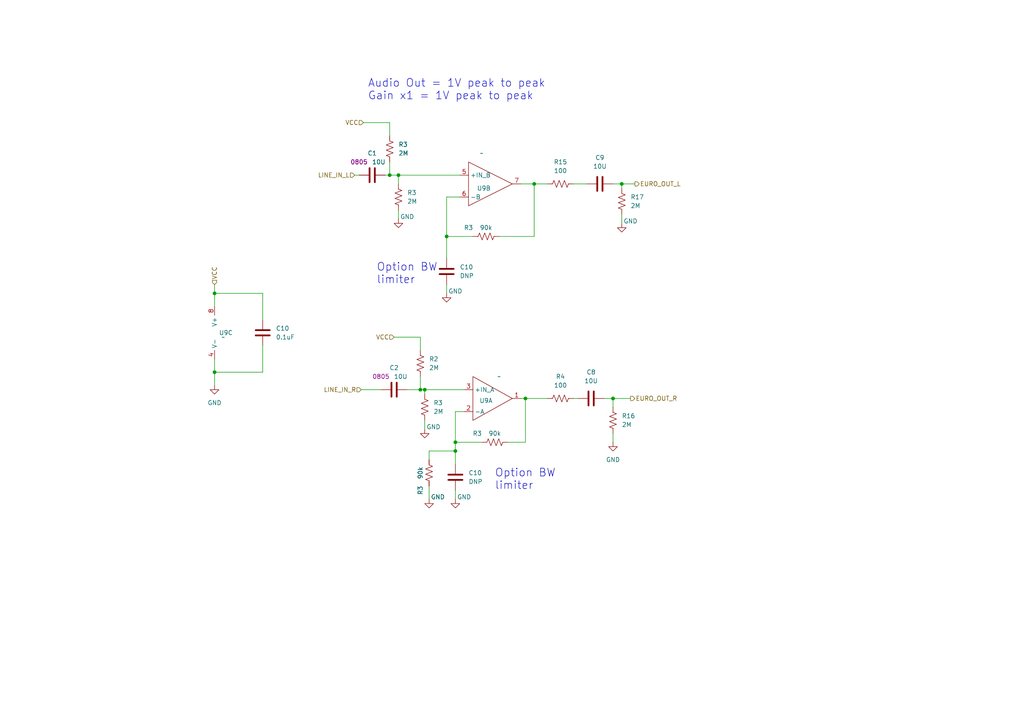
<source format=kicad_sch>
(kicad_sch (version 20230121) (generator eeschema)
  (paper "A4")
  (lib_symbols
    (symbol "Device:C" (pin_numbers hide) (pin_names (offset 0.254))
      (property "Reference" "C" (at 0.635 2.54 0))
      (property "Value" "C" (at 0.635 -2.54 0))
      (symbol "C_0_1"
        (polyline (pts (xy -2.032 -0.762) (xy 2.032 -0.762)) (stroke (width 0.508)))
        (polyline (pts (xy -2.032 0.762) (xy 2.032 0.762)) (stroke (width 0.508)))
      )
      (symbol "C_1_1"
        (pin passive line (at 0 3.81 270) (length 2.794) (name "~") (number "1"))
        (pin passive line (at 0 -3.81 90) (length 2.794) (name "~") (number "2"))
      )
    )
    (symbol "Device:R_US" (pin_numbers hide) (pin_names (offset 0))
      (property "Reference" "R" (at 2.54 0 90))
      (property "Value" "R_US" (at -2.54 0 90))
      (symbol "R_US_0_1"
        (polyline (pts (xy 0 -2.286) (xy 0 -2.54)))
        (polyline (pts (xy 0 2.286) (xy 0 2.54)))
        (polyline (pts (xy 0 -0.762) (xy 1.016 -1.143) (xy 0 -1.524) (xy -1.016 -1.905) (xy 0 -2.286)))
        (polyline (pts (xy 0 0.762) (xy 1.016 0.381) (xy 0 0) (xy -1.016 -0.381) (xy 0 -0.762)))
        (polyline (pts (xy 0 2.286) (xy 1.016 1.905) (xy 0 1.524) (xy -1.016 1.143) (xy 0 0.762)))
      )
      (symbol "R_US_1_1"
        (pin passive line (at 0 3.81 270) (length 1.27) (name "~") (number "1"))
        (pin passive line (at 0 -3.81 90) (length 1.27) (name "~") (number "2"))
      )
    )
    (symbol "OPA1688_SOIC8_1"
      (property "Reference" "U" (at 2.54 0 0))
      (symbol "OPA1688_SOIC8_1_1_1"
        (polyline (pts (xy 0 6.35) (xy 0 -6.35) (xy 11.43 0) (xy 0 6.35) (xy 0 6.35)))
        (pin output line (at 13.97 0 180) (length 2.54) (name "") (number "1"))
        (pin input line (at -2.54 3.81 0) (length 2.54) (name "-A") (number "2"))
        (pin input line (at -2.54 -2.54 0) (length 2.54) (name "+IN_A") (number "3"))
      )
      (symbol "OPA1688_SOIC8_1_2_1"
        (polyline (pts (xy 0 6.35) (xy 0 -6.35) (xy 12.7 0) (xy 0 6.35) (xy 0 6.35)))
        (pin input line (at -2.54 -2.54 0) (length 2.54) (name "+IN_B") (number "5"))
        (pin input line (at -2.54 3.81 0) (length 2.54) (name "-B") (number "6"))
        (pin output line (at 15.24 0 180) (length 2.54) (name "") (number "7"))
      )
      (symbol "OPA1688_SOIC8_1_3_1"
        (pin power_in line (at 0 -6.35 90) (length 2.54) (name "V-") (number "4"))
        (pin power_in line (at 0 8.89 270) (length 2.54) (name "V+") (number "8"))
      )
    )
    (symbol "OPA1688_SOIC8_2"
      (property "Reference" "U" (at 2.54 0 0))
      (symbol "OPA1688_SOIC8_2_1_1"
        (polyline (pts (xy 0 6.35) (xy 0 -6.35) (xy 11.43 0) (xy 0 6.35) (xy 0 6.35)))
        (pin output line (at 13.97 0 180) (length 2.54) (name "") (number "1"))
        (pin input line (at -2.54 3.81 0) (length 2.54) (name "-A") (number "2"))
        (pin input line (at -2.54 -2.54 0) (length 2.54) (name "+IN_A") (number "3"))
      )
      (symbol "OPA1688_SOIC8_2_2_1"
        (polyline (pts (xy 0 6.35) (xy 0 -6.35) (xy 12.7 0) (xy 0 6.35) (xy 0 6.35)))
        (pin input line (at -2.54 -2.54 0) (length 2.54) (name "+IN_B") (number "5"))
        (pin input line (at -2.54 3.81 0) (length 2.54) (name "-B") (number "6"))
        (pin output line (at 15.24 0 180) (length 2.54) (name "") (number "7"))
      )
      (symbol "OPA1688_SOIC8_2_3_1"
        (pin power_in line (at 0 -6.35 90) (length 2.54) (name "V-") (number "4"))
        (pin power_in line (at 0 8.89 270) (length 2.54) (name "V+") (number "8"))
      )
    )
    (symbol "Ultralibrarian_modified_symbols:OPA1688_SOIC8"
      (property "Reference" "U" (at 2.54 0 0))
      (symbol "OPA1688_SOIC8_1_1"
        (polyline (pts (xy 0 6.35) (xy 0 -8.89) (xy 17.78 0) (xy 0 10.16) (xy 0 6.35)))
        (pin output line (at 20.32 0 180) (length 2.54) (name "OUT_A") (number "1"))
        (pin input line (at -2.54 3.81 0) (length 2.54) (name "-A") (number "2"))
        (pin input line (at -2.54 -2.54 0) (length 2.54) (name "+IN_A") (number "3"))
      )
      (symbol "OPA1688_SOIC8_2_1"
        (polyline (pts (xy 0 6.35) (xy 0 -8.89) (xy 17.78 0) (xy 0 10.16) (xy 0 6.35)))
        (pin input line (at -2.54 -2.54 0) (length 2.54) (name "+IN_B") (number "5"))
        (pin input line (at -2.54 3.81 0) (length 2.54) (name "-B") (number "6"))
        (pin output line (at 20.32 0 180) (length 2.54) (name "OUT_B") (number "7"))
      )
      (symbol "OPA1688_SOIC8_3_1"
        (pin power_in line (at 0 -6.35 90) (length 2.54) (name "V-") (number "4"))
        (pin power_in line (at 0 8.89 270) (length 2.54) (name "V+") (number "8"))
      )
    )
    (symbol "power:GND" (power) (pin_names (offset 0))
      (property "Value" "GND" (at 0 -3.81 0))
      (symbol "GND_0_1"
        (polyline (pts (xy 0 0) (xy 0 -1.27) (xy 1.27 -1.27) (xy 0 -2.54) (xy -1.27 -1.27) (xy 0 -1.27)))
      )
      (symbol "GND_1_1"
        (pin power_in line (at 0 0 270) (length 0) hide (name "GND") (number "1"))
      )
    )
  )
  (junction (at 152.4 115.57))
  (junction (at 123.19 113.03))
  (junction (at 154.94 53.34))
  (junction (at 180.34 53.34))
  (junction (at 121.92 113.03))
  (junction (at 132.08 128.27))
  (junction (at 62.23 107.95))
  (junction (at 62.23 85.09))
  (junction (at 115.57 50.8))
  (junction (at 132.08 130.81))
  (junction (at 129.54 68.58))
  (junction (at 177.8 115.57))
  (junction (at 113.03 50.8))
  (wire (pts (xy 115.57 50.8) (xy 133.35 50.8)))
  (wire (pts (xy 62.23 107.95) (xy 62.23 104.14)))
  (wire (pts (xy 124.46 133.35) (xy 124.46 130.81)))
  (wire (pts (xy 184.15 53.34) (xy 180.34 53.34)))
  (wire (pts (xy 123.19 124.46) (xy 123.19 121.92)))
  (wire (pts (xy 123.19 113.03) (xy 123.19 114.3)))
  (wire (pts (xy 180.34 64.77) (xy 180.34 62.23)))
  (wire (pts (xy 124.46 144.78) (xy 124.46 140.97)))
  (wire (pts (xy 177.8 128.27) (xy 177.8 125.73)))
  (wire (pts (xy 132.08 119.38) (xy 132.08 128.27)))
  (wire (pts (xy 154.94 53.34) (xy 158.75 53.34)))
  (wire (pts (xy 113.03 46.99) (xy 113.03 50.8)))
  (wire (pts (xy 121.92 109.22) (xy 121.92 113.03)))
  (wire (pts (xy 121.92 113.03) (xy 123.19 113.03)))
  (wire (pts (xy 167.64 115.57) (xy 166.37 115.57)))
  (wire (pts (xy 152.4 115.57) (xy 152.4 128.27)))
  (wire (pts (xy 139.7 128.27) (xy 132.08 128.27)))
  (wire (pts (xy 62.23 85.09) (xy 62.23 88.9)))
  (wire (pts (xy 115.57 63.5) (xy 115.57 60.96)))
  (wire (pts (xy 132.08 134.62) (xy 132.08 130.81)))
  (wire (pts (xy 76.2 85.09) (xy 62.23 85.09)))
  (wire (pts (xy 180.34 53.34) (xy 177.8 53.34)))
  (wire (pts (xy 118.11 113.03) (xy 121.92 113.03)))
  (wire (pts (xy 114.3 97.79) (xy 121.92 97.79)))
  (wire (pts (xy 129.54 68.58) (xy 129.54 74.93)))
  (wire (pts (xy 76.2 107.95) (xy 62.23 107.95)))
  (wire (pts (xy 62.23 111.76) (xy 62.23 107.95)))
  (wire (pts (xy 170.18 53.34) (xy 166.37 53.34)))
  (wire (pts (xy 76.2 92.71) (xy 76.2 85.09)))
  (wire (pts (xy 121.92 97.79) (xy 121.92 101.6)))
  (wire (pts (xy 124.46 130.81) (xy 132.08 130.81)))
  (wire (pts (xy 152.4 115.57) (xy 158.75 115.57)))
  (wire (pts (xy 104.775 113.03) (xy 110.49 113.03)))
  (wire (pts (xy 144.78 68.58) (xy 154.94 68.58)))
  (wire (pts (xy 132.08 130.81) (xy 132.08 128.27)))
  (wire (pts (xy 132.08 119.38) (xy 134.62 119.38)))
  (wire (pts (xy 102.87 50.8) (xy 104.14 50.8)))
  (wire (pts (xy 180.34 53.34) (xy 180.34 54.61)))
  (wire (pts (xy 76.2 100.33) (xy 76.2 107.95)))
  (wire (pts (xy 129.54 68.58) (xy 129.54 57.15)))
  (wire (pts (xy 129.54 57.15) (xy 133.35 57.15)))
  (wire (pts (xy 182.88 115.57) (xy 177.8 115.57)))
  (wire (pts (xy 177.8 115.57) (xy 177.8 118.11)))
  (wire (pts (xy 132.08 144.78) (xy 132.08 142.24)))
  (wire (pts (xy 151.13 53.34) (xy 154.94 53.34)))
  (wire (pts (xy 105.41 35.56) (xy 113.03 35.56)))
  (wire (pts (xy 129.54 85.09) (xy 129.54 82.55)))
  (wire (pts (xy 147.32 128.27) (xy 152.4 128.27)))
  (wire (pts (xy 177.8 115.57) (xy 175.26 115.57)))
  (wire (pts (xy 62.23 82.55) (xy 62.23 85.09)))
  (wire (pts (xy 151.13 115.57) (xy 152.4 115.57)))
  (wire (pts (xy 113.03 35.56) (xy 113.03 39.37)))
  (wire (pts (xy 113.03 50.8) (xy 115.57 50.8)))
  (wire (pts (xy 137.16 68.58) (xy 129.54 68.58)))
  (wire (pts (xy 123.19 113.03) (xy 134.62 113.03)))
  (wire (pts (xy 154.94 68.58) (xy 154.94 53.34)))
  (wire (pts (xy 111.76 50.8) (xy 113.03 50.8)))
  (wire (pts (xy 115.57 50.8) (xy 115.57 53.34)))
  (text "Audio Out = 1V peak to peak\nGain x1 = 1V peak to peak" (at 106.68 29.21 0) (effects (font (size 2.27 2.27)) (justify left bottom)))
  (text "Option BW\nlimiter" (at 143.51 142.24 0) (effects (font (size 2.27 2.27)) (justify left bottom)))
  (text "Option BW\nlimiter" (at 109.22 82.55 0) (effects (font (size 2.27 2.27)) (justify left bottom)))
  (hierarchical_label "EURO_OUT_L" (shape output) (at 184.15 53.34 0))
  (hierarchical_label "LINE_IN_L" (shape input) (at 102.87 50.8 180))
  (hierarchical_label "EURO_OUT_R" (shape output) (at 182.88 115.57 0))
  (hierarchical_label "VCC" (shape input) (at 114.3 97.79 180))
  (hierarchical_label "VCC" (shape input) (at 105.41 35.56 180))
  (hierarchical_label "VCC" (shape input) (at 62.23 82.55 90))
  (hierarchical_label "LINE_IN_R" (shape input) (at 104.775 113.03 180))
  (symbol (lib_id "power:GND") (at 62.23 111.76 0) (unit 1)
    (property "Reference" "#PWR07" (effects hide))
    (property "Value" "GND" (at 62.23 116.84 0))
    (instances (project "DaisySeedBreakout" (path "" (reference "#PWR07") (unit 1)) (path "" (reference "#PWR010") (unit 1))) (project "DaisySeedAccessories" (path "" (reference "#PWR09") (unit 1))))
  )
  (symbol (lib_id "Device:C") (at 129.54 78.74 0) (unit 1)
    (property "Reference" "C10" (at 133.35 77.47 0) (effects (justify left)))
    (property "Value" "DNP" (at 133.35 80.01 0) (effects (justify left)))
    (property "Footprint" "Capacitor_SMD:C_0402_1005Metric" (effects hide))
    (instances (project "DaisySeedBreakout" (path "" (reference "C10") (unit 1)) (path "" (reference "C71") (unit 1))) (project "DaisySeedAccessories" (path "" (reference "C8") (unit 1))))
  )
  (symbol (lib_id "Device:C") (at 114.3 113.03 90) (unit 1)
    (property "Reference" "C2" (at 114.3 106.68 90))
    (property "Value" "10U" (at 116.205 109.22 90))
    (property "Footprint" "Capacitor_SMD:C_0805_2012Metric" (effects hide))
    (property "Specs" "0805" (at 110.49 109.22 90))
    (instances (project "DaisySeedBreakout" (path "" (reference "C2") (unit 1)) (path "" (reference "C4") (unit 1))) (project "DaisySeedAccessories" (path "" (reference "C7") (unit 1))))
  )
  (symbol (lib_id "Device:R_US") (at 123.19 118.11 0) (unit 1)
    (property "Reference" "R3" (at 125.73 116.84 0) (effects (justify left)))
    (property "Value" "2M" (at 125.73 119.38 0) (effects (justify left)))
    (property "Footprint" "Resistor_SMD:R_0402_1005Metric" (effects hide))
    (instances (project "DaisySeedBreakout" (path "" (reference "R3") (unit 1)) (path "" (reference "R10") (unit 1))) (project "DaisySeedAccessories" (path "" (reference "R9") (unit 1))))
  )
  (symbol (lib_name "OPA1688_SOIC8_1") (lib_id "Ultralibrarian_modified_symbols:OPA1688_SOIC8") (at 137.16 115.57 0) (mirror x) (unit 1)
    (property "Reference" "U9" (at 140.97 116.205 0))
    (property "Value" "~" (at 144.78 109.22 0))
    (property "Footprint" "Ultralibrarian:D8_TEX" (effects hide))
    (instances (project "DaisySeedBreakout" (path "" (reference "U9") (unit 1)) (path "" (reference "U3") (unit 1))) (project "DaisySeedAccessories" (path "" (reference "U2") (unit 1))))
  )
  (symbol (lib_id "Device:C") (at 171.45 115.57 90) (unit 1)
    (property "Reference" "C8" (at 171.45 107.95 90))
    (property "Value" "10U" (at 171.45 110.49 90))
    (property "Footprint" "Capacitor_SMD:C_0805_2012Metric" (effects hide))
    (instances (project "DaisySeedBreakout" (path "" (reference "C8") (unit 1)) (path "" (reference "C11") (unit 1))) (project "DaisySeedAccessories" (path "" (reference "C10") (unit 1))))
  )
  (symbol (lib_id "Device:R_US") (at 140.97 68.58 90) (unit 1)
    (property "Reference" "R3" (at 135.89 66.04 90))
    (property "Value" "90k" (at 140.97 66.04 90))
    (property "Footprint" "Resistor_SMD:R_0402_1005Metric" (effects hide))
    (instances (project "DaisySeedBreakout" (path "" (reference "R3") (unit 1)) (path "" (reference "R66") (unit 1))) (project "DaisySeedAccessories" (path "" (reference "R10") (unit 1))))
  )
  (symbol (lib_id "power:GND") (at 129.54 85.09 0) (unit 1)
    (property "Reference" "#PWR05" (effects hide))
    (property "Value" "GND" (at 132.08 84.455 0))
    (instances (project "DaisySeedBreakout" (path "" (reference "#PWR05") (unit 1)) (path "" (reference "#PWR0173") (unit 1))) (project "DaisySeedAccessories" (path "" (reference "#PWR013") (unit 1))))
  )
  (symbol (lib_id "Device:C") (at 107.95 50.8 90) (unit 1)
    (property "Reference" "C1" (at 107.95 44.45 90))
    (property "Value" "10U" (at 109.855 46.99 90))
    (property "Footprint" "Capacitor_SMD:C_0805_2012Metric" (effects hide))
    (property "Specs" "0805" (at 104.14 46.99 90))
    (instances (project "DaisySeedBreakout" (path "" (reference "C1") (unit 1)) (path "" (reference "C5") (unit 1))) (project "DaisySeedAccessories" (path "" (reference "C6") (unit 1))))
  )
  (symbol (lib_id "Device:R_US") (at 115.57 57.15 0) (unit 1)
    (property "Reference" "R3" (at 118.11 55.88 0) (effects (justify left)))
    (property "Value" "2M" (at 118.11 58.42 0) (effects (justify left)))
    (property "Footprint" "Resistor_SMD:R_0402_1005Metric" (effects hide))
    (instances (project "DaisySeedBreakout" (path "" (reference "R3") (unit 1)) (path "" (reference "R67") (unit 1))) (project "DaisySeedAccessories" (path "" (reference "R7") (unit 1))))
  )
  (symbol (lib_id "Device:R_US") (at 162.56 115.57 90) (unit 1)
    (property "Reference" "R4" (at 162.56 109.22 90))
    (property "Value" "100" (at 162.56 111.76 90))
    (property "Footprint" "Resistor_SMD:R_0402_1005Metric" (effects hide))
    (instances (project "DaisySeedBreakout" (path "" (reference "R4") (unit 1)) (path "" (reference "R18") (unit 1))) (project "DaisySeedAccessories" (path "" (reference "R13") (unit 1))))
  )
  (symbol (lib_id "Device:R_US") (at 124.46 137.16 180) (unit 1)
    (property "Reference" "R3" (at 121.92 142.24 90))
    (property "Value" "90k" (at 121.92 137.16 90))
    (property "Footprint" "Resistor_SMD:R_0402_1005Metric" (effects hide))
    (instances (project "DaisySeedBreakout" (path "" (reference "R3") (unit 1)) (path "" (reference "R8") (unit 1))) (project "DaisySeedAccessories" (path "" (reference "R16") (unit 1))))
  )
  (symbol (lib_name "OPA1688_SOIC8_2") (lib_id "Ultralibrarian_modified_symbols:OPA1688_SOIC8") (at 135.89 53.34 0) (mirror x) (unit 2)
    (property "Reference" "U9" (at 140.335 54.61 0))
    (property "Value" "~" (at 139.7 44.45 0))
    (property "Footprint" "Ultralibrarian:D8_TEX" (effects hide))
    (instances (project "DaisySeedBreakout" (path "" (reference "U9") (unit 2)) (path "" (reference "U3") (unit 2))) (project "DaisySeedAccessories" (path "" (reference "U2") (unit 2))))
  )
  (symbol (lib_id "Device:C") (at 76.2 96.52 0) (unit 1)
    (property "Reference" "C10" (at 80.01 95.25 0) (effects (justify left)))
    (property "Value" "0.1uF" (at 80.01 97.79 0) (effects (justify left)))
    (property "Footprint" "Capacitor_SMD:C_0402_1005Metric" (effects hide))
    (instances (project "DaisySeedBreakout" (path "" (reference "C10") (unit 1)) (path "" (reference "C24") (unit 1))) (project "DaisySeedAccessories" (path "" (reference "C5") (unit 1))))
  )
  (symbol (lib_id "power:GND") (at 124.46 144.78 0) (unit 1)
    (property "Reference" "#PWR05" (effects hide))
    (property "Value" "GND" (at 127 144.145 0))
    (instances (project "DaisySeedBreakout" (path "" (reference "#PWR05") (unit 1)) (path "" (reference "#PWR09") (unit 1))) (project "DaisySeedAccessories" (path "" (reference "#PWR017") (unit 1))))
  )
  (symbol (lib_id "power:GND") (at 123.19 124.46 0) (unit 1)
    (property "Reference" "#PWR05" (effects hide))
    (property "Value" "GND" (at 125.73 123.825 0))
    (instances (project "DaisySeedBreakout" (path "" (reference "#PWR05") (unit 1)) (path "" (reference "#PWR0169") (unit 1))) (project "DaisySeedAccessories" (path "" (reference "#PWR012") (unit 1))))
  )
  (symbol (lib_id "power:GND") (at 180.34 64.77 0) (unit 1)
    (property "Reference" "#PWR05" (effects hide))
    (property "Value" "GND" (at 182.88 64.135 0))
    (instances (project "DaisySeedBreakout" (path "" (reference "#PWR05") (unit 1)) (path "" (reference "#PWR012") (unit 1))) (project "DaisySeedAccessories" (path "" (reference "#PWR016") (unit 1))))
  )
  (symbol (lib_id "Device:C") (at 132.08 138.43 0) (unit 1)
    (property "Reference" "C10" (at 135.89 137.16 0) (effects (justify left)))
    (property "Value" "DNP" (at 135.89 139.7 0) (effects (justify left)))
    (property "Footprint" "Capacitor_SMD:C_0402_1005Metric" (effects hide))
    (instances (project "DaisySeedBreakout" (path "" (reference "C10") (unit 1)) (path "" (reference "C70") (unit 1))) (project "DaisySeedAccessories" (path "" (reference "C9") (unit 1))))
  )
  (symbol (lib_id "Device:R_US") (at 113.03 43.18 0) (unit 1)
    (property "Reference" "R3" (at 115.57 41.91 0) (effects (justify left)))
    (property "Value" "2M" (at 115.57 44.45 0) (effects (justify left)))
    (property "Footprint" "Resistor_SMD:R_0402_1005Metric" (effects hide))
    (instances (project "DaisySeedBreakout" (path "" (reference "R3") (unit 1)) (path "" (reference "R9") (unit 1))) (project "DaisySeedAccessories" (path "" (reference "R6") (unit 1))))
  )
  (symbol (lib_id "power:GND") (at 132.08 144.78 0) (unit 1)
    (property "Reference" "#PWR05" (effects hide))
    (property "Value" "GND" (at 134.62 144.145 0))
    (instances (project "DaisySeedBreakout" (path "" (reference "#PWR05") (unit 1)) (path "" (reference "#PWR09") (unit 1))) (project "DaisySeedAccessories" (path "" (reference "#PWR014") (unit 1))))
  )
  (symbol (lib_id "power:GND") (at 177.8 128.27 0) (unit 1)
    (property "Reference" "#PWR06" (effects hide))
    (property "Value" "GND" (at 177.8 133.35 0))
    (instances (project "DaisySeedBreakout" (path "" (reference "#PWR06") (unit 1)) (path "" (reference "#PWR011") (unit 1))) (project "DaisySeedAccessories" (path "" (reference "#PWR015") (unit 1))))
  )
  (symbol (lib_id "Ultralibrarian_modified_symbols:OPA1688_SOIC8") (at 62.23 97.79 0) (unit 3)
    (property "Reference" "U9" (at 63.5 96.52 0) (effects (justify left)))
    (property "Value" "~" (at 64.77 97.79 0))
    (property "Footprint" "Ultralibrarian:D8_TEX" (effects hide))
    (instances (project "DaisySeedBreakout" (path "" (reference "U9") (unit 3)) (path "" (reference "U3") (unit 3))) (project "DaisySeedAccessories" (path "" (reference "U2") (unit 3))))
  )
  (symbol (lib_id "power:GND") (at 115.57 63.5 0) (unit 1)
    (property "Reference" "#PWR05" (effects hide))
    (property "Value" "GND" (at 118.11 62.865 0))
    (instances (project "DaisySeedBreakout" (path "" (reference "#PWR05") (unit 1)) (path "" (reference "#PWR08") (unit 1))) (project "DaisySeedAccessories" (path "" (reference "#PWR011") (unit 1))))
  )
  (symbol (lib_id "Device:R_US") (at 162.56 53.34 90) (unit 1)
    (property "Reference" "R15" (at 162.56 46.99 90))
    (property "Value" "100" (at 162.56 49.53 90))
    (property "Footprint" "Resistor_SMD:R_0402_1005Metric" (effects hide))
    (instances (project "DaisySeedBreakout" (path "" (reference "R15") (unit 1)) (path "" (reference "R19") (unit 1))) (project "DaisySeedAccessories" (path "" (reference "R12") (unit 1))))
  )
  (symbol (lib_id "Device:C") (at 173.99 53.34 90) (unit 1)
    (property "Reference" "C9" (at 173.99 45.72 90))
    (property "Value" "10U" (at 173.99 48.26 90))
    (property "Footprint" "Capacitor_SMD:C_0805_2012Metric" (effects hide))
    (instances (project "DaisySeedBreakout" (path "" (reference "C9") (unit 1)) (path "" (reference "C17") (unit 1))) (project "DaisySeedAccessories" (path "" (reference "C11") (unit 1))))
  )
  (symbol (lib_id "Device:R_US") (at 180.34 58.42 0) (unit 1)
    (property "Reference" "R17" (at 182.88 57.15 0) (effects (justify left)))
    (property "Value" "2M" (at 182.88 59.69 0) (effects (justify left)))
    (property "Footprint" "Resistor_SMD:R_0402_1005Metric" (effects hide))
    (instances (project "DaisySeedBreakout" (path "" (reference "R17") (unit 1)) (path "" (reference "R25") (unit 1))) (project "DaisySeedAccessories" (path "" (reference "R15") (unit 1))))
  )
  (symbol (lib_id "Device:R_US") (at 121.92 105.41 0) (unit 1)
    (property "Reference" "R2" (at 124.46 104.14 0) (effects (justify left)))
    (property "Value" "2M" (at 124.46 106.68 0) (effects (justify left)))
    (property "Footprint" "Resistor_SMD:R_0402_1005Metric" (effects hide))
    (instances (project "DaisySeedBreakout" (path "" (reference "R2") (unit 1)) (path "" (reference "R7") (unit 1))) (project "DaisySeedAccessories" (path "" (reference "R8") (unit 1))))
  )
  (symbol (lib_id "Device:R_US") (at 177.8 121.92 0) (unit 1)
    (property "Reference" "R16" (at 180.34 120.65 0) (effects (justify left)))
    (property "Value" "2M" (at 180.34 123.19 0) (effects (justify left)))
    (property "Footprint" "Resistor_SMD:R_0402_1005Metric" (effects hide))
    (instances (project "DaisySeedBreakout" (path "" (reference "R16") (unit 1)) (path "" (reference "R24") (unit 1))) (project "DaisySeedAccessories" (path "" (reference "R14") (unit 1))))
  )
  (symbol (lib_id "Device:R_US") (at 143.51 128.27 90) (unit 1)
    (property "Reference" "R3" (at 138.43 125.73 90))
    (property "Value" "90k" (at 143.51 125.73 90))
    (property "Footprint" "Resistor_SMD:R_0402_1005Metric" (effects hide))
    (instances (project "DaisySeedBreakout" (path "" (reference "R3") (unit 1)) (path "" (reference "R8") (unit 1))) (project "DaisySeedAccessories" (path "" (reference "R11") (unit 1))))
  )
)
</source>
